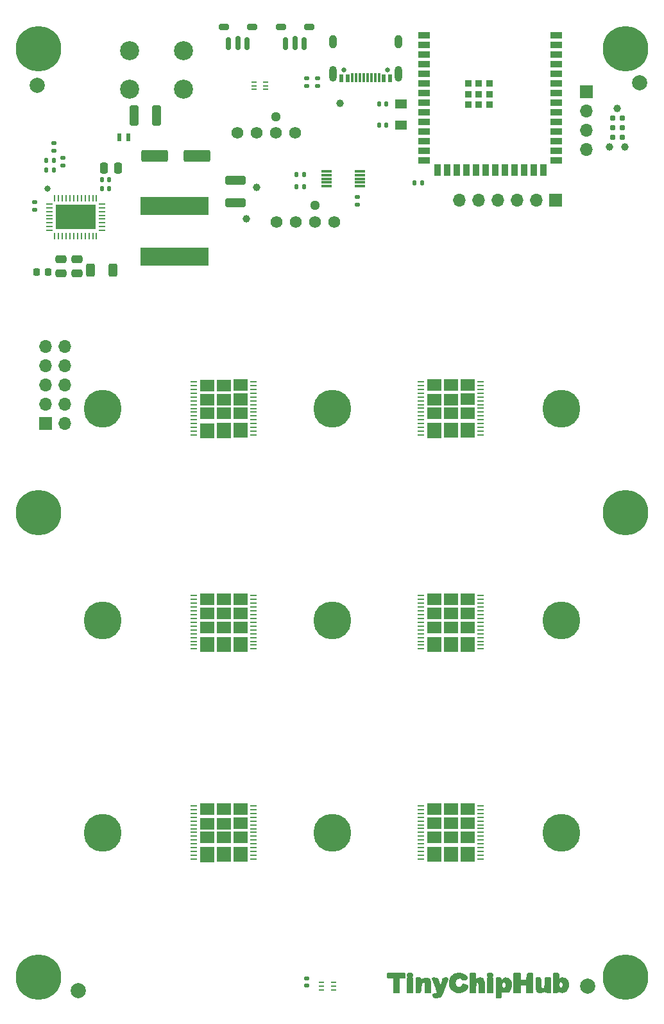
<source format=gbr>
%TF.GenerationSoftware,KiCad,Pcbnew,8.0.1*%
%TF.CreationDate,2024-09-23T04:48:19+08:00*%
%TF.ProjectId,bitaxeHex,62697461-7865-4486-9578-2e6b69636164,302*%
%TF.SameCoordinates,Original*%
%TF.FileFunction,Soldermask,Top*%
%TF.FilePolarity,Negative*%
%FSLAX46Y46*%
G04 Gerber Fmt 4.6, Leading zero omitted, Abs format (unit mm)*
G04 Created by KiCad (PCBNEW 8.0.1) date 2024-09-23 04:48:19*
%MOMM*%
%LPD*%
G01*
G04 APERTURE LIST*
G04 Aperture macros list*
%AMRoundRect*
0 Rectangle with rounded corners*
0 $1 Rounding radius*
0 $2 $3 $4 $5 $6 $7 $8 $9 X,Y pos of 4 corners*
0 Add a 4 corners polygon primitive as box body*
4,1,4,$2,$3,$4,$5,$6,$7,$8,$9,$2,$3,0*
0 Add four circle primitives for the rounded corners*
1,1,$1+$1,$2,$3*
1,1,$1+$1,$4,$5*
1,1,$1+$1,$6,$7*
1,1,$1+$1,$8,$9*
0 Add four rect primitives between the rounded corners*
20,1,$1+$1,$2,$3,$4,$5,0*
20,1,$1+$1,$4,$5,$6,$7,0*
20,1,$1+$1,$6,$7,$8,$9,0*
20,1,$1+$1,$8,$9,$2,$3,0*%
G04 Aperture macros list end*
%ADD10C,0.200000*%
%ADD11C,0.100000*%
%ADD12C,0.120000*%
%ADD13C,0.990600*%
%ADD14C,0.787400*%
%ADD15C,1.000000*%
%ADD16RoundRect,0.135000X0.185000X-0.135000X0.185000X0.135000X-0.185000X0.135000X-0.185000X-0.135000X0*%
%ADD17C,0.800000*%
%ADD18C,6.000000*%
%ADD19R,1.600200X1.168400*%
%ADD20C,2.520000*%
%ADD21C,1.295400*%
%ADD22C,1.574800*%
%ADD23C,5.000000*%
%ADD24RoundRect,0.250000X-0.475000X0.250000X-0.475000X-0.250000X0.475000X-0.250000X0.475000X0.250000X0*%
%ADD25RoundRect,0.135000X0.135000X0.185000X-0.135000X0.185000X-0.135000X-0.185000X0.135000X-0.185000X0*%
%ADD26RoundRect,0.200000X0.450000X0.200000X-0.450000X0.200000X-0.450000X-0.200000X0.450000X-0.200000X0*%
%ADD27O,0.740000X1.750000*%
%ADD28RoundRect,0.150000X0.150000X0.750000X-0.150000X0.750000X-0.150000X-0.750000X0.150000X-0.750000X0*%
%ADD29C,2.000000*%
%ADD30RoundRect,0.055250X0.340750X0.055250X-0.340750X0.055250X-0.340750X-0.055250X0.340750X-0.055250X0*%
%ADD31R,9.000000X2.380000*%
%ADD32RoundRect,0.140000X0.140000X0.170000X-0.140000X0.170000X-0.140000X-0.170000X0.140000X-0.170000X0*%
%ADD33RoundRect,0.225000X-0.225000X-0.250000X0.225000X-0.250000X0.225000X0.250000X-0.225000X0.250000X0*%
%ADD34RoundRect,0.250000X-1.500000X-0.550000X1.500000X-0.550000X1.500000X0.550000X-1.500000X0.550000X0*%
%ADD35R,1.700000X1.700000*%
%ADD36O,1.700000X1.700000*%
%ADD37RoundRect,0.135000X-0.185000X0.135000X-0.185000X-0.135000X0.185000X-0.135000X0.185000X0.135000X0*%
%ADD38RoundRect,0.140000X0.170000X-0.140000X0.170000X0.140000X-0.170000X0.140000X-0.170000X-0.140000X0*%
%ADD39RoundRect,0.250000X1.100000X-0.325000X1.100000X0.325000X-1.100000X0.325000X-1.100000X-0.325000X0*%
%ADD40RoundRect,0.140000X-0.140000X-0.170000X0.140000X-0.170000X0.140000X0.170000X-0.140000X0.170000X0*%
%ADD41R,1.400000X0.300000*%
%ADD42RoundRect,0.062500X0.062500X-0.337500X0.062500X0.337500X-0.062500X0.337500X-0.062500X-0.337500X0*%
%ADD43RoundRect,0.062500X0.337500X-0.062500X0.337500X0.062500X-0.337500X0.062500X-0.337500X-0.062500X0*%
%ADD44C,0.400000*%
%ADD45R,5.300000X3.300000*%
%ADD46R,0.711200X0.228600*%
%ADD47R,1.500000X0.900000*%
%ADD48R,0.900000X1.500000*%
%ADD49R,0.900000X0.900000*%
%ADD50RoundRect,0.250000X-0.325000X-1.100000X0.325000X-1.100000X0.325000X1.100000X-0.325000X1.100000X0*%
%ADD51RoundRect,0.140000X-0.170000X0.140000X-0.170000X-0.140000X0.170000X-0.140000X0.170000X0.140000X0*%
%ADD52C,0.650000*%
%ADD53R,0.600000X1.060000*%
%ADD54R,0.300000X1.150000*%
%ADD55O,1.000000X2.100000*%
%ADD56O,1.000000X1.800000*%
%ADD57RoundRect,0.135000X-0.135000X-0.185000X0.135000X-0.185000X0.135000X0.185000X-0.135000X0.185000X0*%
%ADD58RoundRect,0.250000X-0.312500X-0.625000X0.312500X-0.625000X0.312500X0.625000X-0.312500X0.625000X0*%
%ADD59R,0.625000X1.000000*%
%ADD60RoundRect,0.250000X-0.250000X-0.475000X0.250000X-0.475000X0.250000X0.475000X-0.250000X0.475000X0*%
G04 APERTURE END LIST*
D10*
%TO.C,REF\u002A\u002A*%
X102860000Y-174050000D02*
X102160000Y-174050000D01*
X102160000Y-172150000D01*
X102860000Y-172150000D01*
X102860000Y-174050000D01*
G36*
X102860000Y-174050000D02*
G01*
X102160000Y-174050000D01*
X102160000Y-172150000D01*
X102860000Y-172150000D01*
X102860000Y-174050000D01*
G37*
X113460000Y-174050000D02*
X112760000Y-174050000D01*
X112760000Y-172150000D01*
X113460000Y-172150000D01*
X113460000Y-174050000D01*
G36*
X113460000Y-174050000D02*
G01*
X112760000Y-174050000D01*
X112760000Y-172150000D01*
X113460000Y-172150000D01*
X113460000Y-174050000D01*
G37*
X122268812Y-172368007D02*
X122238812Y-172568007D01*
X122058812Y-172518007D01*
X121918812Y-172138007D01*
X121918812Y-172128007D01*
X122268812Y-172368007D01*
G36*
X122268812Y-172368007D02*
G01*
X122238812Y-172568007D01*
X122058812Y-172518007D01*
X121918812Y-172138007D01*
X121918812Y-172128007D01*
X122268812Y-172368007D01*
G37*
D11*
X122029006Y-171560179D02*
X122114167Y-171605000D01*
X122156214Y-171835807D01*
X122162117Y-172069555D01*
X122185000Y-172277500D01*
X122200600Y-172295220D01*
X121460000Y-172260000D01*
X121460000Y-171550000D01*
X122029006Y-171560179D01*
G36*
X122029006Y-171560179D02*
G01*
X122114167Y-171605000D01*
X122156214Y-171835807D01*
X122162117Y-172069555D01*
X122185000Y-172277500D01*
X122200600Y-172295220D01*
X121460000Y-172260000D01*
X121460000Y-171550000D01*
X122029006Y-171560179D01*
G37*
D10*
X114560000Y-173953826D02*
X114556324Y-174467384D01*
X114543276Y-174640311D01*
X114516160Y-174691826D01*
X114481422Y-174722765D01*
X114437458Y-174737963D01*
X114348933Y-174746988D01*
X113960000Y-174750000D01*
X113958812Y-173848007D01*
X114560000Y-173953826D01*
G36*
X114560000Y-173953826D02*
G01*
X114556324Y-174467384D01*
X114543276Y-174640311D01*
X114516160Y-174691826D01*
X114481422Y-174722765D01*
X114437458Y-174737963D01*
X114348933Y-174746988D01*
X113960000Y-174750000D01*
X113958812Y-173848007D01*
X114560000Y-173953826D01*
G37*
X122199404Y-172791553D02*
X122167150Y-172902888D01*
X122154102Y-173018066D01*
X122159799Y-173138164D01*
X122183564Y-173256024D01*
X122219776Y-173350405D01*
X122328351Y-173483263D01*
X122133262Y-173854724D01*
X122051017Y-173973002D01*
X121971120Y-174013281D01*
X121866661Y-174040777D01*
X121751667Y-174050000D01*
X121460000Y-174050000D01*
X121460000Y-171550000D01*
X122199404Y-172791553D01*
G36*
X122199404Y-172791553D02*
G01*
X122167150Y-172902888D01*
X122154102Y-173018066D01*
X122159799Y-173138164D01*
X122183564Y-173256024D01*
X122219776Y-173350405D01*
X122328351Y-173483263D01*
X122133262Y-173854724D01*
X122051017Y-173973002D01*
X121971120Y-174013281D01*
X121866661Y-174040777D01*
X121751667Y-174050000D01*
X121460000Y-174050000D01*
X121460000Y-171550000D01*
X122199404Y-172791553D01*
G37*
X117060000Y-172450000D02*
X117960000Y-172450000D01*
X117966813Y-171716636D01*
X117976489Y-171658747D01*
X118041959Y-171575138D01*
X118199411Y-171552650D01*
X118660000Y-171550000D01*
X118660000Y-174050000D01*
X117960000Y-174050000D01*
X117960000Y-173050000D01*
X117060000Y-173050000D01*
X117060000Y-174050000D01*
X116260000Y-174050000D01*
X116260000Y-171550000D01*
X117060000Y-171550000D01*
X117060000Y-172450000D01*
G36*
X117060000Y-172450000D02*
G01*
X117960000Y-172450000D01*
X117966813Y-171716636D01*
X117976489Y-171658747D01*
X118041959Y-171575138D01*
X118199411Y-171552650D01*
X118660000Y-171550000D01*
X118660000Y-174050000D01*
X117960000Y-174050000D01*
X117960000Y-173050000D01*
X117060000Y-173050000D01*
X117060000Y-174050000D01*
X116260000Y-174050000D01*
X116260000Y-171550000D01*
X117060000Y-171550000D01*
X117060000Y-172450000D01*
G37*
X101860000Y-171850000D02*
X101856977Y-171938992D01*
X101847927Y-172027574D01*
X101832674Y-172071541D01*
X101801667Y-172106250D01*
X101755305Y-172131452D01*
X101703668Y-172142326D01*
X101581834Y-172146163D01*
X101060000Y-172150000D01*
X101060000Y-174050000D01*
X100360000Y-174050000D01*
X100360000Y-172150000D01*
X99960000Y-172150000D01*
X99670010Y-172133327D01*
X99618333Y-172106250D01*
X99572073Y-172027574D01*
X99560000Y-171550000D01*
X101860000Y-171550000D01*
X101860000Y-171850000D01*
G36*
X101860000Y-171850000D02*
G01*
X101856977Y-171938992D01*
X101847927Y-172027574D01*
X101832674Y-172071541D01*
X101801667Y-172106250D01*
X101755305Y-172131452D01*
X101703668Y-172142326D01*
X101581834Y-172146163D01*
X101060000Y-172150000D01*
X101060000Y-174050000D01*
X100360000Y-174050000D01*
X100360000Y-172150000D01*
X99960000Y-172150000D01*
X99670010Y-172133327D01*
X99618333Y-172106250D01*
X99572073Y-172027574D01*
X99560000Y-171550000D01*
X101860000Y-171550000D01*
X101860000Y-171850000D01*
G37*
X113201307Y-171552055D02*
X113292428Y-171558218D01*
X113343516Y-171568422D01*
X113391250Y-171589286D01*
X113442271Y-171649754D01*
X113460000Y-171750000D01*
X113455534Y-171800901D01*
X113442271Y-171850246D01*
X113391250Y-171910714D01*
X113343510Y-171931560D01*
X113292428Y-171941782D01*
X113201306Y-171947943D01*
X113018693Y-171947945D01*
X112927572Y-171941782D01*
X112876484Y-171931578D01*
X112828750Y-171910714D01*
X112777730Y-171850246D01*
X112760002Y-171750000D01*
X112777729Y-171649754D01*
X112797870Y-171614986D01*
X112876490Y-171568440D01*
X113018694Y-171552057D01*
X113110000Y-171550000D01*
X113201307Y-171552055D01*
G36*
X113201307Y-171552055D02*
G01*
X113292428Y-171558218D01*
X113343516Y-171568422D01*
X113391250Y-171589286D01*
X113442271Y-171649754D01*
X113460000Y-171750000D01*
X113455534Y-171800901D01*
X113442271Y-171850246D01*
X113391250Y-171910714D01*
X113343510Y-171931560D01*
X113292428Y-171941782D01*
X113201306Y-171947943D01*
X113018693Y-171947945D01*
X112927572Y-171941782D01*
X112876484Y-171931578D01*
X112828750Y-171910714D01*
X112777730Y-171850246D01*
X112760002Y-171750000D01*
X112777729Y-171649754D01*
X112797870Y-171614986D01*
X112876490Y-171568440D01*
X113018694Y-171552057D01*
X113110000Y-171550000D01*
X113201307Y-171552055D01*
G37*
X102601307Y-171552055D02*
X102692428Y-171558218D01*
X102743516Y-171568422D01*
X102791250Y-171589287D01*
X102842271Y-171649754D01*
X102860000Y-171750000D01*
X102842271Y-171850246D01*
X102822130Y-171885014D01*
X102791250Y-171910714D01*
X102743510Y-171931560D01*
X102692428Y-171941782D01*
X102601306Y-171947943D01*
X102418693Y-171947945D01*
X102327572Y-171941782D01*
X102276484Y-171931578D01*
X102228750Y-171910714D01*
X102197897Y-171884992D01*
X102177729Y-171850246D01*
X102164467Y-171800901D01*
X102160000Y-171750000D01*
X102164466Y-171699099D01*
X102177729Y-171649754D01*
X102228750Y-171589286D01*
X102276490Y-171568440D01*
X102418694Y-171552057D01*
X102510000Y-171550000D01*
X102601307Y-171552055D01*
G36*
X102601307Y-171552055D02*
G01*
X102692428Y-171558218D01*
X102743516Y-171568422D01*
X102791250Y-171589287D01*
X102842271Y-171649754D01*
X102860000Y-171750000D01*
X102842271Y-171850246D01*
X102822130Y-171885014D01*
X102791250Y-171910714D01*
X102743510Y-171931560D01*
X102692428Y-171941782D01*
X102601306Y-171947943D01*
X102418693Y-171947945D01*
X102327572Y-171941782D01*
X102276484Y-171931578D01*
X102228750Y-171910714D01*
X102197897Y-171884992D01*
X102177729Y-171850246D01*
X102164467Y-171800901D01*
X102160000Y-171750000D01*
X102164466Y-171699099D01*
X102177729Y-171649754D01*
X102228750Y-171589286D01*
X102276490Y-171568440D01*
X102418694Y-171552057D01*
X102510000Y-171550000D01*
X102601307Y-171552055D01*
G37*
X110919005Y-171552491D02*
X111027782Y-171559959D01*
X111113316Y-171603823D01*
X111152104Y-171698946D01*
X111160000Y-171953518D01*
X111162265Y-172071042D01*
X111171185Y-172234610D01*
X111190570Y-172276901D01*
X111244366Y-172297324D01*
X111300095Y-172278406D01*
X111353426Y-172253518D01*
X111470608Y-172201322D01*
X111594094Y-172166578D01*
X111714733Y-172152431D01*
X111836025Y-172158921D01*
X111945484Y-172184829D01*
X112048207Y-172230662D01*
X112134195Y-172292715D01*
X112204330Y-172372251D01*
X112274022Y-172514364D01*
X112322018Y-172717839D01*
X112340046Y-172850293D01*
X112355433Y-173152890D01*
X112360000Y-174050000D01*
X111669138Y-174050000D01*
X111648812Y-173538007D01*
X111628681Y-173190509D01*
X111617793Y-173006018D01*
X111606463Y-172908256D01*
X111556215Y-172766584D01*
X111410000Y-172700000D01*
X111303010Y-172731103D01*
X111238549Y-172813071D01*
X111203418Y-172985493D01*
X111180431Y-173375000D01*
X111150862Y-174050000D01*
X110460000Y-174050000D01*
X110460000Y-171550000D01*
X110919005Y-171552491D01*
G36*
X110919005Y-171552491D02*
G01*
X111027782Y-171559959D01*
X111113316Y-171603823D01*
X111152104Y-171698946D01*
X111160000Y-171953518D01*
X111162265Y-172071042D01*
X111171185Y-172234610D01*
X111190570Y-172276901D01*
X111244366Y-172297324D01*
X111300095Y-172278406D01*
X111353426Y-172253518D01*
X111470608Y-172201322D01*
X111594094Y-172166578D01*
X111714733Y-172152431D01*
X111836025Y-172158921D01*
X111945484Y-172184829D01*
X112048207Y-172230662D01*
X112134195Y-172292715D01*
X112204330Y-172372251D01*
X112274022Y-172514364D01*
X112322018Y-172717839D01*
X112340046Y-172850293D01*
X112355433Y-173152890D01*
X112360000Y-174050000D01*
X111669138Y-174050000D01*
X111648812Y-173538007D01*
X111628681Y-173190509D01*
X111617793Y-173006018D01*
X111606463Y-172908256D01*
X111556215Y-172766584D01*
X111410000Y-172700000D01*
X111303010Y-172731103D01*
X111238549Y-172813071D01*
X111203418Y-172985493D01*
X111180431Y-173375000D01*
X111150862Y-174050000D01*
X110460000Y-174050000D01*
X110460000Y-171550000D01*
X110919005Y-171552491D01*
G37*
X119551820Y-172153762D02*
X119643025Y-172165023D01*
X119721158Y-172220152D01*
X119754209Y-172340717D01*
X119760000Y-172691821D01*
X119771506Y-173066358D01*
X119823008Y-173369760D01*
X119860400Y-173441809D01*
X119916521Y-173500455D01*
X119984105Y-173537264D01*
X120060000Y-173550000D01*
X120135897Y-173537269D01*
X120259607Y-173441814D01*
X120296992Y-173369760D01*
X120330385Y-173247980D01*
X120346760Y-173122770D01*
X120360000Y-172691821D01*
X120360000Y-172150000D01*
X121060000Y-172150000D01*
X121060000Y-174050000D01*
X120642842Y-174048120D01*
X120462813Y-174019592D01*
X120366321Y-173969631D01*
X120331587Y-173897052D01*
X120255006Y-173904582D01*
X120058585Y-173994647D01*
X119824784Y-174043447D01*
X119703614Y-174043896D01*
X119591092Y-174028691D01*
X119393751Y-173954307D01*
X119317143Y-173892857D01*
X119242466Y-173775682D01*
X119194910Y-173594488D01*
X119177350Y-173463360D01*
X119167905Y-173331399D01*
X119160000Y-172942857D01*
X119160000Y-172150000D01*
X119460000Y-172150000D01*
X119551820Y-172153762D01*
G36*
X119551820Y-172153762D02*
G01*
X119643025Y-172165023D01*
X119721158Y-172220152D01*
X119754209Y-172340717D01*
X119760000Y-172691821D01*
X119771506Y-173066358D01*
X119823008Y-173369760D01*
X119860400Y-173441809D01*
X119916521Y-173500455D01*
X119984105Y-173537264D01*
X120060000Y-173550000D01*
X120135897Y-173537269D01*
X120259607Y-173441814D01*
X120296992Y-173369760D01*
X120330385Y-173247980D01*
X120346760Y-173122770D01*
X120360000Y-172691821D01*
X120360000Y-172150000D01*
X121060000Y-172150000D01*
X121060000Y-174050000D01*
X120642842Y-174048120D01*
X120462813Y-174019592D01*
X120366321Y-173969631D01*
X120331587Y-173897052D01*
X120255006Y-173904582D01*
X120058585Y-173994647D01*
X119824784Y-174043447D01*
X119703614Y-174043896D01*
X119591092Y-174028691D01*
X119393751Y-173954307D01*
X119317143Y-173892857D01*
X119242466Y-173775682D01*
X119194910Y-173594488D01*
X119177350Y-173463360D01*
X119167905Y-173331399D01*
X119160000Y-172942857D01*
X119160000Y-172150000D01*
X119460000Y-172150000D01*
X119551820Y-172153762D01*
G37*
X114374918Y-172157539D02*
X114538834Y-172213769D01*
X114573619Y-172291434D01*
X114776437Y-172708435D01*
X114653230Y-172862649D01*
X114600519Y-173069238D01*
X114594737Y-173094119D01*
X114610177Y-173187649D01*
X114640792Y-173302440D01*
X114687695Y-173399210D01*
X114753073Y-173484592D01*
X114821930Y-173532960D01*
X114904338Y-173550000D01*
X115060532Y-173489275D01*
X115175857Y-173323150D01*
X115208143Y-173214138D01*
X115218949Y-173100961D01*
X115172432Y-172887351D01*
X115058314Y-172721445D01*
X114918902Y-172659120D01*
X114776437Y-172708435D01*
X114753426Y-172253518D01*
X115096479Y-172155641D01*
X115323495Y-172185195D01*
X115429912Y-172228175D01*
X115628555Y-172367431D01*
X115744148Y-172502660D01*
X115784329Y-172572254D01*
X115849857Y-172798129D01*
X115856982Y-173033634D01*
X115854663Y-173263745D01*
X115810085Y-173570536D01*
X115752041Y-173726423D01*
X115653485Y-173860425D01*
X115529191Y-173953140D01*
X115382357Y-174002996D01*
X115183959Y-174021832D01*
X114878812Y-174008007D01*
X114560000Y-173953826D01*
X113958812Y-173848007D01*
X113960000Y-172150000D01*
X114374918Y-172157539D01*
G36*
X114374918Y-172157539D02*
G01*
X114538834Y-172213769D01*
X114573619Y-172291434D01*
X114776437Y-172708435D01*
X114653230Y-172862649D01*
X114600519Y-173069238D01*
X114594737Y-173094119D01*
X114610177Y-173187649D01*
X114640792Y-173302440D01*
X114687695Y-173399210D01*
X114753073Y-173484592D01*
X114821930Y-173532960D01*
X114904338Y-173550000D01*
X115060532Y-173489275D01*
X115175857Y-173323150D01*
X115208143Y-173214138D01*
X115218949Y-173100961D01*
X115172432Y-172887351D01*
X115058314Y-172721445D01*
X114918902Y-172659120D01*
X114776437Y-172708435D01*
X114753426Y-172253518D01*
X115096479Y-172155641D01*
X115323495Y-172185195D01*
X115429912Y-172228175D01*
X115628555Y-172367431D01*
X115744148Y-172502660D01*
X115784329Y-172572254D01*
X115849857Y-172798129D01*
X115856982Y-173033634D01*
X115854663Y-173263745D01*
X115810085Y-173570536D01*
X115752041Y-173726423D01*
X115653485Y-173860425D01*
X115529191Y-173953140D01*
X115382357Y-174002996D01*
X115183959Y-174021832D01*
X114878812Y-174008007D01*
X114560000Y-173953826D01*
X113958812Y-173848007D01*
X113960000Y-172150000D01*
X114374918Y-172157539D01*
G37*
X122853687Y-172173951D02*
X123052859Y-172246178D01*
X123205124Y-172363744D01*
X123310676Y-172524565D01*
X123358812Y-172618007D01*
X123408812Y-172868007D01*
X123423589Y-172988244D01*
X123418361Y-173238516D01*
X123371405Y-173484400D01*
X123286845Y-173683980D01*
X123154422Y-173855578D01*
X123062985Y-173929960D01*
X122832790Y-174023102D01*
X122702888Y-174043054D01*
X122451512Y-174023910D01*
X122352956Y-173986637D01*
X122232922Y-173894060D01*
X122485791Y-173488239D01*
X122566207Y-173453788D01*
X122635351Y-173398901D01*
X122687868Y-173327940D01*
X122743272Y-173138365D01*
X122741663Y-173026131D01*
X122722820Y-172915478D01*
X122687044Y-172823694D01*
X122629507Y-172743731D01*
X122556550Y-172685431D01*
X122469807Y-172650826D01*
X122307470Y-172670793D01*
X122200600Y-172295220D01*
X122223867Y-172299169D01*
X122280000Y-172270000D01*
X122345212Y-172219464D01*
X122420974Y-172186807D01*
X122627853Y-172154303D01*
X122853687Y-172173951D01*
G36*
X122853687Y-172173951D02*
G01*
X123052859Y-172246178D01*
X123205124Y-172363744D01*
X123310676Y-172524565D01*
X123358812Y-172618007D01*
X123408812Y-172868007D01*
X123423589Y-172988244D01*
X123418361Y-173238516D01*
X123371405Y-173484400D01*
X123286845Y-173683980D01*
X123154422Y-173855578D01*
X123062985Y-173929960D01*
X122832790Y-174023102D01*
X122702888Y-174043054D01*
X122451512Y-174023910D01*
X122352956Y-173986637D01*
X122232922Y-173894060D01*
X122485791Y-173488239D01*
X122566207Y-173453788D01*
X122635351Y-173398901D01*
X122687868Y-173327940D01*
X122743272Y-173138365D01*
X122741663Y-173026131D01*
X122722820Y-172915478D01*
X122687044Y-172823694D01*
X122629507Y-172743731D01*
X122556550Y-172685431D01*
X122469807Y-172650826D01*
X122307470Y-172670793D01*
X122200600Y-172295220D01*
X122223867Y-172299169D01*
X122280000Y-172270000D01*
X122345212Y-172219464D01*
X122420974Y-172186807D01*
X122627853Y-172154303D01*
X122853687Y-172173951D01*
G37*
X122029006Y-171560179D02*
X122114167Y-171605000D01*
X122152427Y-171701614D01*
X122156214Y-171835807D01*
X122162117Y-172069555D01*
X122169416Y-172224301D01*
X122185000Y-172277500D01*
X122200600Y-172295220D01*
X121460000Y-171550000D01*
X122029006Y-171560179D01*
G36*
X122029006Y-171560179D02*
G01*
X122114167Y-171605000D01*
X122152427Y-171701614D01*
X122156214Y-171835807D01*
X122162117Y-172069555D01*
X122169416Y-172224301D01*
X122185000Y-172277500D01*
X122200600Y-172295220D01*
X121460000Y-171550000D01*
X122029006Y-171560179D01*
G37*
X103725162Y-172152220D02*
X103790021Y-172158870D01*
X103883400Y-172187112D01*
X103954703Y-172262695D01*
X103973797Y-172362075D01*
X104010968Y-172385047D01*
X104048428Y-172378952D01*
X104162189Y-172322404D01*
X104240597Y-172279657D01*
X104517671Y-172179027D01*
X104655849Y-172169228D01*
X104793038Y-172188420D01*
X104913460Y-172233739D01*
X105020224Y-172305549D01*
X105104667Y-172398433D01*
X105163537Y-172509303D01*
X105200868Y-172648681D01*
X105242287Y-173009529D01*
X105252911Y-173141542D01*
X105260000Y-173406510D01*
X105260000Y-174050000D01*
X104560000Y-174050000D01*
X104558812Y-173488007D01*
X104556977Y-173258884D01*
X104553955Y-173120906D01*
X104547123Y-172994578D01*
X104526699Y-172869725D01*
X104507634Y-172806903D01*
X104478989Y-172747830D01*
X104446602Y-172709262D01*
X104403278Y-172683583D01*
X104321088Y-172668040D01*
X104238669Y-172682289D01*
X104166364Y-172724584D01*
X104113397Y-172789479D01*
X104060322Y-172908306D01*
X104028313Y-173034449D01*
X103991961Y-173306390D01*
X103946666Y-173821758D01*
X103903043Y-173969007D01*
X103868192Y-174009067D01*
X103819930Y-174031203D01*
X103734468Y-174045286D01*
X103647981Y-174050000D01*
X103360000Y-174050000D01*
X103360000Y-172150000D01*
X103660000Y-172150000D01*
X103725162Y-172152220D01*
G36*
X103725162Y-172152220D02*
G01*
X103790021Y-172158870D01*
X103883400Y-172187112D01*
X103954703Y-172262695D01*
X103973797Y-172362075D01*
X104010968Y-172385047D01*
X104048428Y-172378952D01*
X104162189Y-172322404D01*
X104240597Y-172279657D01*
X104517671Y-172179027D01*
X104655849Y-172169228D01*
X104793038Y-172188420D01*
X104913460Y-172233739D01*
X105020224Y-172305549D01*
X105104667Y-172398433D01*
X105163537Y-172509303D01*
X105200868Y-172648681D01*
X105242287Y-173009529D01*
X105252911Y-173141542D01*
X105260000Y-173406510D01*
X105260000Y-174050000D01*
X104560000Y-174050000D01*
X104558812Y-173488007D01*
X104556977Y-173258884D01*
X104553955Y-173120906D01*
X104547123Y-172994578D01*
X104526699Y-172869725D01*
X104507634Y-172806903D01*
X104478989Y-172747830D01*
X104446602Y-172709262D01*
X104403278Y-172683583D01*
X104321088Y-172668040D01*
X104238669Y-172682289D01*
X104166364Y-172724584D01*
X104113397Y-172789479D01*
X104060322Y-172908306D01*
X104028313Y-173034449D01*
X103991961Y-173306390D01*
X103946666Y-173821758D01*
X103903043Y-173969007D01*
X103868192Y-174009067D01*
X103819930Y-174031203D01*
X103734468Y-174045286D01*
X103647981Y-174050000D01*
X103360000Y-174050000D01*
X103360000Y-172150000D01*
X103660000Y-172150000D01*
X103725162Y-172152220D01*
G37*
X109119238Y-171562538D02*
X109373770Y-171608653D01*
X109594956Y-171682732D01*
X109802550Y-171789108D01*
X109931433Y-171903858D01*
X110012044Y-172056439D01*
X110034610Y-172134462D01*
X110052513Y-172249547D01*
X110006305Y-172309356D01*
X109872694Y-172351832D01*
X109700689Y-172394331D01*
X109570588Y-172402656D01*
X109429918Y-172359680D01*
X109359198Y-172299033D01*
X109245815Y-172206181D01*
X109105921Y-172162521D01*
X108948124Y-172169467D01*
X108799945Y-172224176D01*
X108659518Y-172328810D01*
X108551275Y-172466473D01*
X108483231Y-172627105D01*
X108460000Y-172800000D01*
X108485317Y-172983938D01*
X108559401Y-173154191D01*
X108675351Y-173293569D01*
X108826643Y-173393472D01*
X108980309Y-173433565D01*
X109138190Y-173416466D01*
X109272863Y-173344849D01*
X109369193Y-173226585D01*
X109437497Y-173097785D01*
X109494644Y-172993557D01*
X109531209Y-172958529D01*
X109559948Y-172959422D01*
X110128137Y-173168563D01*
X110158604Y-173229177D01*
X110093846Y-173379578D01*
X110023592Y-173523191D01*
X109871771Y-173738044D01*
X109659377Y-173893286D01*
X109386168Y-173998167D01*
X109097339Y-174045293D01*
X108793311Y-174033644D01*
X108497322Y-173963228D01*
X108248223Y-173840186D01*
X108038244Y-173658254D01*
X107877124Y-173423337D01*
X107780704Y-173155287D01*
X107743899Y-172846345D01*
X107768388Y-172536183D01*
X107851774Y-172246128D01*
X107992451Y-171979119D01*
X108170635Y-171782887D01*
X108398812Y-171648007D01*
X108625491Y-171579187D01*
X108860789Y-171551729D01*
X109119238Y-171562538D01*
G36*
X109119238Y-171562538D02*
G01*
X109373770Y-171608653D01*
X109594956Y-171682732D01*
X109802550Y-171789108D01*
X109931433Y-171903858D01*
X110012044Y-172056439D01*
X110034610Y-172134462D01*
X110052513Y-172249547D01*
X110006305Y-172309356D01*
X109872694Y-172351832D01*
X109700689Y-172394331D01*
X109570588Y-172402656D01*
X109429918Y-172359680D01*
X109359198Y-172299033D01*
X109245815Y-172206181D01*
X109105921Y-172162521D01*
X108948124Y-172169467D01*
X108799945Y-172224176D01*
X108659518Y-172328810D01*
X108551275Y-172466473D01*
X108483231Y-172627105D01*
X108460000Y-172800000D01*
X108485317Y-172983938D01*
X108559401Y-173154191D01*
X108675351Y-173293569D01*
X108826643Y-173393472D01*
X108980309Y-173433565D01*
X109138190Y-173416466D01*
X109272863Y-173344849D01*
X109369193Y-173226585D01*
X109437497Y-173097785D01*
X109494644Y-172993557D01*
X109531209Y-172958529D01*
X109559948Y-172959422D01*
X110128137Y-173168563D01*
X110158604Y-173229177D01*
X110093846Y-173379578D01*
X110023592Y-173523191D01*
X109871771Y-173738044D01*
X109659377Y-173893286D01*
X109386168Y-173998167D01*
X109097339Y-174045293D01*
X108793311Y-174033644D01*
X108497322Y-173963228D01*
X108248223Y-173840186D01*
X108038244Y-173658254D01*
X107877124Y-173423337D01*
X107780704Y-173155287D01*
X107743899Y-172846345D01*
X107768388Y-172536183D01*
X107851774Y-172246128D01*
X107992451Y-171979119D01*
X108170635Y-171782887D01*
X108398812Y-171648007D01*
X108625491Y-171579187D01*
X108860789Y-171551729D01*
X109119238Y-171562538D01*
G37*
X107336941Y-172158548D02*
X107447402Y-172183991D01*
X107498932Y-172222449D01*
X107514878Y-172284734D01*
X107496857Y-172400873D01*
X107463829Y-172513666D01*
X106839899Y-174142748D01*
X106738740Y-174353348D01*
X106601388Y-174542346D01*
X106491055Y-174636641D01*
X106358381Y-174695481D01*
X106188075Y-174727542D01*
X105921978Y-174719005D01*
X105829164Y-174708272D01*
X105752756Y-174693842D01*
X105681563Y-174662568D01*
X105614156Y-174590716D01*
X105578045Y-174475000D01*
X105572714Y-174417031D01*
X105573131Y-174358820D01*
X105602624Y-174293555D01*
X105634406Y-174270915D01*
X105738772Y-174252355D01*
X105909577Y-174239829D01*
X105958275Y-174227377D01*
X106043969Y-174189859D01*
X106102989Y-174141803D01*
X106128779Y-174067102D01*
X106124309Y-174020510D01*
X106087938Y-173888666D01*
X105999896Y-173599107D01*
X105948226Y-173441391D01*
X105881996Y-173267406D01*
X105460000Y-172174531D01*
X105463564Y-172165360D01*
X105567907Y-172157796D01*
X105686486Y-172159693D01*
X105768753Y-172165107D01*
X105909600Y-172178088D01*
X106110973Y-172228216D01*
X106163206Y-172270082D01*
X106209557Y-172332450D01*
X106241775Y-172403161D01*
X106340150Y-172725000D01*
X106401056Y-172926221D01*
X106463823Y-173095781D01*
X106521744Y-173226262D01*
X106535688Y-173243508D01*
X106556894Y-173250000D01*
X106576888Y-173243932D01*
X106590113Y-173227752D01*
X106643392Y-173088437D01*
X106671162Y-172999627D01*
X106792544Y-172531980D01*
X106833830Y-172363961D01*
X106860481Y-172289203D01*
X106904460Y-172223137D01*
X106951455Y-172184968D01*
X107008842Y-172165677D01*
X107116091Y-172153924D01*
X107223910Y-172150000D01*
X107336941Y-172158548D01*
G36*
X107336941Y-172158548D02*
G01*
X107447402Y-172183991D01*
X107498932Y-172222449D01*
X107514878Y-172284734D01*
X107496857Y-172400873D01*
X107463829Y-172513666D01*
X106839899Y-174142748D01*
X106738740Y-174353348D01*
X106601388Y-174542346D01*
X106491055Y-174636641D01*
X106358381Y-174695481D01*
X106188075Y-174727542D01*
X105921978Y-174719005D01*
X105829164Y-174708272D01*
X105752756Y-174693842D01*
X105681563Y-174662568D01*
X105614156Y-174590716D01*
X105578045Y-174475000D01*
X105572714Y-174417031D01*
X105573131Y-174358820D01*
X105602624Y-174293555D01*
X105634406Y-174270915D01*
X105738772Y-174252355D01*
X105909577Y-174239829D01*
X105958275Y-174227377D01*
X106043969Y-174189859D01*
X106102989Y-174141803D01*
X106128779Y-174067102D01*
X106124309Y-174020510D01*
X106087938Y-173888666D01*
X105999896Y-173599107D01*
X105948226Y-173441391D01*
X105881996Y-173267406D01*
X105460000Y-172174531D01*
X105463564Y-172165360D01*
X105567907Y-172157796D01*
X105686486Y-172159693D01*
X105768753Y-172165107D01*
X105909600Y-172178088D01*
X106110973Y-172228216D01*
X106163206Y-172270082D01*
X106209557Y-172332450D01*
X106241775Y-172403161D01*
X106340150Y-172725000D01*
X106401056Y-172926221D01*
X106463823Y-173095781D01*
X106521744Y-173226262D01*
X106535688Y-173243508D01*
X106556894Y-173250000D01*
X106576888Y-173243932D01*
X106590113Y-173227752D01*
X106643392Y-173088437D01*
X106671162Y-172999627D01*
X106792544Y-172531980D01*
X106833830Y-172363961D01*
X106860481Y-172289203D01*
X106904460Y-172223137D01*
X106951455Y-172184968D01*
X107008842Y-172165677D01*
X107116091Y-172153924D01*
X107223910Y-172150000D01*
X107336941Y-172158548D01*
G37*
%TO.C,U18*%
D12*
X74832258Y-121400000D02*
X76612258Y-121400000D01*
X76612258Y-122840000D01*
X74832258Y-122840000D01*
X74832258Y-121400000D01*
G36*
X74832258Y-121400000D02*
G01*
X76612258Y-121400000D01*
X76612258Y-122840000D01*
X74832258Y-122840000D01*
X74832258Y-121400000D01*
G37*
X74832258Y-125110000D02*
X76612258Y-125110000D01*
X76612258Y-126550000D01*
X74832258Y-126550000D01*
X74832258Y-125110000D01*
G36*
X74832258Y-125110000D02*
G01*
X76612258Y-125110000D01*
X76612258Y-126550000D01*
X74832258Y-126550000D01*
X74832258Y-125110000D01*
G37*
X74842258Y-123270000D02*
X76622258Y-123270000D01*
X76622258Y-124710000D01*
X74842258Y-124710000D01*
X74842258Y-123270000D01*
G36*
X74842258Y-123270000D02*
G01*
X76622258Y-123270000D01*
X76622258Y-124710000D01*
X74842258Y-124710000D01*
X74842258Y-123270000D01*
G37*
X74842258Y-127160000D02*
X76622258Y-127160000D01*
X76622258Y-129030000D01*
X74842258Y-129030000D01*
X74842258Y-127160000D01*
G36*
X74842258Y-127160000D02*
G01*
X76622258Y-127160000D01*
X76622258Y-129030000D01*
X74842258Y-129030000D01*
X74842258Y-127160000D01*
G37*
X77042258Y-121400000D02*
X78822258Y-121400000D01*
X78822258Y-122840000D01*
X77042258Y-122840000D01*
X77042258Y-121400000D01*
G36*
X77042258Y-121400000D02*
G01*
X78822258Y-121400000D01*
X78822258Y-122840000D01*
X77042258Y-122840000D01*
X77042258Y-121400000D01*
G37*
X77042258Y-125110000D02*
X78822258Y-125110000D01*
X78822258Y-126550000D01*
X77042258Y-126550000D01*
X77042258Y-125110000D01*
G36*
X77042258Y-125110000D02*
G01*
X78822258Y-125110000D01*
X78822258Y-126550000D01*
X77042258Y-126550000D01*
X77042258Y-125110000D01*
G37*
X77052258Y-123270000D02*
X78832258Y-123270000D01*
X78832258Y-124710000D01*
X77052258Y-124710000D01*
X77052258Y-123270000D01*
G36*
X77052258Y-123270000D02*
G01*
X78832258Y-123270000D01*
X78832258Y-124710000D01*
X77052258Y-124710000D01*
X77052258Y-123270000D01*
G37*
X77052258Y-127150000D02*
X78832258Y-127150000D01*
X78832258Y-129020000D01*
X77052258Y-129020000D01*
X77052258Y-127150000D01*
G36*
X77052258Y-127150000D02*
G01*
X78832258Y-127150000D01*
X78832258Y-129020000D01*
X77052258Y-129020000D01*
X77052258Y-127150000D01*
G37*
X79252258Y-121390000D02*
X81032258Y-121390000D01*
X81032258Y-122830000D01*
X79252258Y-122830000D01*
X79252258Y-121390000D01*
G36*
X79252258Y-121390000D02*
G01*
X81032258Y-121390000D01*
X81032258Y-122830000D01*
X79252258Y-122830000D01*
X79252258Y-121390000D01*
G37*
X79252258Y-125100000D02*
X81032258Y-125100000D01*
X81032258Y-126540000D01*
X79252258Y-126540000D01*
X79252258Y-125100000D01*
G36*
X79252258Y-125100000D02*
G01*
X81032258Y-125100000D01*
X81032258Y-126540000D01*
X79252258Y-126540000D01*
X79252258Y-125100000D01*
G37*
X79252258Y-127130000D02*
X81032258Y-127130000D01*
X81032258Y-129010000D01*
X79252258Y-129010000D01*
X79252258Y-127130000D01*
G36*
X79252258Y-127130000D02*
G01*
X81032258Y-127130000D01*
X81032258Y-129010000D01*
X79252258Y-129010000D01*
X79252258Y-127130000D01*
G37*
X79262258Y-123260000D02*
X81042258Y-123260000D01*
X81042258Y-124700000D01*
X79262258Y-124700000D01*
X79262258Y-123260000D01*
G36*
X79262258Y-123260000D02*
G01*
X81042258Y-123260000D01*
X81042258Y-124700000D01*
X79262258Y-124700000D01*
X79262258Y-123260000D01*
G37*
%TO.C,U25*%
X104794000Y-149124000D02*
X106574000Y-149124000D01*
X106574000Y-150564000D01*
X104794000Y-150564000D01*
X104794000Y-149124000D01*
G36*
X104794000Y-149124000D02*
G01*
X106574000Y-149124000D01*
X106574000Y-150564000D01*
X104794000Y-150564000D01*
X104794000Y-149124000D01*
G37*
X104794000Y-152834000D02*
X106574000Y-152834000D01*
X106574000Y-154274000D01*
X104794000Y-154274000D01*
X104794000Y-152834000D01*
G36*
X104794000Y-152834000D02*
G01*
X106574000Y-152834000D01*
X106574000Y-154274000D01*
X104794000Y-154274000D01*
X104794000Y-152834000D01*
G37*
X104804000Y-150994000D02*
X106584000Y-150994000D01*
X106584000Y-152434000D01*
X104804000Y-152434000D01*
X104804000Y-150994000D01*
G36*
X104804000Y-150994000D02*
G01*
X106584000Y-150994000D01*
X106584000Y-152434000D01*
X104804000Y-152434000D01*
X104804000Y-150994000D01*
G37*
X104804000Y-154884000D02*
X106584000Y-154884000D01*
X106584000Y-156754000D01*
X104804000Y-156754000D01*
X104804000Y-154884000D01*
G36*
X104804000Y-154884000D02*
G01*
X106584000Y-154884000D01*
X106584000Y-156754000D01*
X104804000Y-156754000D01*
X104804000Y-154884000D01*
G37*
X107004000Y-149124000D02*
X108784000Y-149124000D01*
X108784000Y-150564000D01*
X107004000Y-150564000D01*
X107004000Y-149124000D01*
G36*
X107004000Y-149124000D02*
G01*
X108784000Y-149124000D01*
X108784000Y-150564000D01*
X107004000Y-150564000D01*
X107004000Y-149124000D01*
G37*
X107004000Y-152834000D02*
X108784000Y-152834000D01*
X108784000Y-154274000D01*
X107004000Y-154274000D01*
X107004000Y-152834000D01*
G36*
X107004000Y-152834000D02*
G01*
X108784000Y-152834000D01*
X108784000Y-154274000D01*
X107004000Y-154274000D01*
X107004000Y-152834000D01*
G37*
X107014000Y-150994000D02*
X108794000Y-150994000D01*
X108794000Y-152434000D01*
X107014000Y-152434000D01*
X107014000Y-150994000D01*
G36*
X107014000Y-150994000D02*
G01*
X108794000Y-150994000D01*
X108794000Y-152434000D01*
X107014000Y-152434000D01*
X107014000Y-150994000D01*
G37*
X107014000Y-154874000D02*
X108794000Y-154874000D01*
X108794000Y-156744000D01*
X107014000Y-156744000D01*
X107014000Y-154874000D01*
G36*
X107014000Y-154874000D02*
G01*
X108794000Y-154874000D01*
X108794000Y-156744000D01*
X107014000Y-156744000D01*
X107014000Y-154874000D01*
G37*
X109214000Y-149114000D02*
X110994000Y-149114000D01*
X110994000Y-150554000D01*
X109214000Y-150554000D01*
X109214000Y-149114000D01*
G36*
X109214000Y-149114000D02*
G01*
X110994000Y-149114000D01*
X110994000Y-150554000D01*
X109214000Y-150554000D01*
X109214000Y-149114000D01*
G37*
X109214000Y-152824000D02*
X110994000Y-152824000D01*
X110994000Y-154264000D01*
X109214000Y-154264000D01*
X109214000Y-152824000D01*
G36*
X109214000Y-152824000D02*
G01*
X110994000Y-152824000D01*
X110994000Y-154264000D01*
X109214000Y-154264000D01*
X109214000Y-152824000D01*
G37*
X109214000Y-154854000D02*
X110994000Y-154854000D01*
X110994000Y-156734000D01*
X109214000Y-156734000D01*
X109214000Y-154854000D01*
G36*
X109214000Y-154854000D02*
G01*
X110994000Y-154854000D01*
X110994000Y-156734000D01*
X109214000Y-156734000D01*
X109214000Y-154854000D01*
G37*
X109224000Y-150984000D02*
X111004000Y-150984000D01*
X111004000Y-152424000D01*
X109224000Y-152424000D01*
X109224000Y-150984000D01*
G36*
X109224000Y-150984000D02*
G01*
X111004000Y-150984000D01*
X111004000Y-152424000D01*
X109224000Y-152424000D01*
X109224000Y-150984000D01*
G37*
%TO.C,U13*%
X104794000Y-121400000D02*
X106574000Y-121400000D01*
X106574000Y-122840000D01*
X104794000Y-122840000D01*
X104794000Y-121400000D01*
G36*
X104794000Y-121400000D02*
G01*
X106574000Y-121400000D01*
X106574000Y-122840000D01*
X104794000Y-122840000D01*
X104794000Y-121400000D01*
G37*
X104794000Y-125110000D02*
X106574000Y-125110000D01*
X106574000Y-126550000D01*
X104794000Y-126550000D01*
X104794000Y-125110000D01*
G36*
X104794000Y-125110000D02*
G01*
X106574000Y-125110000D01*
X106574000Y-126550000D01*
X104794000Y-126550000D01*
X104794000Y-125110000D01*
G37*
X104804000Y-123270000D02*
X106584000Y-123270000D01*
X106584000Y-124710000D01*
X104804000Y-124710000D01*
X104804000Y-123270000D01*
G36*
X104804000Y-123270000D02*
G01*
X106584000Y-123270000D01*
X106584000Y-124710000D01*
X104804000Y-124710000D01*
X104804000Y-123270000D01*
G37*
X104804000Y-127160000D02*
X106584000Y-127160000D01*
X106584000Y-129030000D01*
X104804000Y-129030000D01*
X104804000Y-127160000D01*
G36*
X104804000Y-127160000D02*
G01*
X106584000Y-127160000D01*
X106584000Y-129030000D01*
X104804000Y-129030000D01*
X104804000Y-127160000D01*
G37*
X107004000Y-121400000D02*
X108784000Y-121400000D01*
X108784000Y-122840000D01*
X107004000Y-122840000D01*
X107004000Y-121400000D01*
G36*
X107004000Y-121400000D02*
G01*
X108784000Y-121400000D01*
X108784000Y-122840000D01*
X107004000Y-122840000D01*
X107004000Y-121400000D01*
G37*
X107004000Y-125110000D02*
X108784000Y-125110000D01*
X108784000Y-126550000D01*
X107004000Y-126550000D01*
X107004000Y-125110000D01*
G36*
X107004000Y-125110000D02*
G01*
X108784000Y-125110000D01*
X108784000Y-126550000D01*
X107004000Y-126550000D01*
X107004000Y-125110000D01*
G37*
X107014000Y-123270000D02*
X108794000Y-123270000D01*
X108794000Y-124710000D01*
X107014000Y-124710000D01*
X107014000Y-123270000D01*
G36*
X107014000Y-123270000D02*
G01*
X108794000Y-123270000D01*
X108794000Y-124710000D01*
X107014000Y-124710000D01*
X107014000Y-123270000D01*
G37*
X107014000Y-127150000D02*
X108794000Y-127150000D01*
X108794000Y-129020000D01*
X107014000Y-129020000D01*
X107014000Y-127150000D01*
G36*
X107014000Y-127150000D02*
G01*
X108794000Y-127150000D01*
X108794000Y-129020000D01*
X107014000Y-129020000D01*
X107014000Y-127150000D01*
G37*
X109214000Y-121390000D02*
X110994000Y-121390000D01*
X110994000Y-122830000D01*
X109214000Y-122830000D01*
X109214000Y-121390000D01*
G36*
X109214000Y-121390000D02*
G01*
X110994000Y-121390000D01*
X110994000Y-122830000D01*
X109214000Y-122830000D01*
X109214000Y-121390000D01*
G37*
X109214000Y-125100000D02*
X110994000Y-125100000D01*
X110994000Y-126540000D01*
X109214000Y-126540000D01*
X109214000Y-125100000D01*
G36*
X109214000Y-125100000D02*
G01*
X110994000Y-125100000D01*
X110994000Y-126540000D01*
X109214000Y-126540000D01*
X109214000Y-125100000D01*
G37*
X109214000Y-127130000D02*
X110994000Y-127130000D01*
X110994000Y-129010000D01*
X109214000Y-129010000D01*
X109214000Y-127130000D01*
G36*
X109214000Y-127130000D02*
G01*
X110994000Y-127130000D01*
X110994000Y-129010000D01*
X109214000Y-129010000D01*
X109214000Y-127130000D01*
G37*
X109224000Y-123260000D02*
X111004000Y-123260000D01*
X111004000Y-124700000D01*
X109224000Y-124700000D01*
X109224000Y-123260000D01*
G36*
X109224000Y-123260000D02*
G01*
X111004000Y-123260000D01*
X111004000Y-124700000D01*
X109224000Y-124700000D01*
X109224000Y-123260000D01*
G37*
%TO.C,U12*%
X104794000Y-93166000D02*
X106574000Y-93166000D01*
X106574000Y-94606000D01*
X104794000Y-94606000D01*
X104794000Y-93166000D01*
G36*
X104794000Y-93166000D02*
G01*
X106574000Y-93166000D01*
X106574000Y-94606000D01*
X104794000Y-94606000D01*
X104794000Y-93166000D01*
G37*
X104794000Y-96876000D02*
X106574000Y-96876000D01*
X106574000Y-98316000D01*
X104794000Y-98316000D01*
X104794000Y-96876000D01*
G36*
X104794000Y-96876000D02*
G01*
X106574000Y-96876000D01*
X106574000Y-98316000D01*
X104794000Y-98316000D01*
X104794000Y-96876000D01*
G37*
X104804000Y-95036000D02*
X106584000Y-95036000D01*
X106584000Y-96476000D01*
X104804000Y-96476000D01*
X104804000Y-95036000D01*
G36*
X104804000Y-95036000D02*
G01*
X106584000Y-95036000D01*
X106584000Y-96476000D01*
X104804000Y-96476000D01*
X104804000Y-95036000D01*
G37*
X104804000Y-98926000D02*
X106584000Y-98926000D01*
X106584000Y-100796000D01*
X104804000Y-100796000D01*
X104804000Y-98926000D01*
G36*
X104804000Y-98926000D02*
G01*
X106584000Y-98926000D01*
X106584000Y-100796000D01*
X104804000Y-100796000D01*
X104804000Y-98926000D01*
G37*
X107004000Y-93166000D02*
X108784000Y-93166000D01*
X108784000Y-94606000D01*
X107004000Y-94606000D01*
X107004000Y-93166000D01*
G36*
X107004000Y-93166000D02*
G01*
X108784000Y-93166000D01*
X108784000Y-94606000D01*
X107004000Y-94606000D01*
X107004000Y-93166000D01*
G37*
X107004000Y-96876000D02*
X108784000Y-96876000D01*
X108784000Y-98316000D01*
X107004000Y-98316000D01*
X107004000Y-96876000D01*
G36*
X107004000Y-96876000D02*
G01*
X108784000Y-96876000D01*
X108784000Y-98316000D01*
X107004000Y-98316000D01*
X107004000Y-96876000D01*
G37*
X107014000Y-95036000D02*
X108794000Y-95036000D01*
X108794000Y-96476000D01*
X107014000Y-96476000D01*
X107014000Y-95036000D01*
G36*
X107014000Y-95036000D02*
G01*
X108794000Y-95036000D01*
X108794000Y-96476000D01*
X107014000Y-96476000D01*
X107014000Y-95036000D01*
G37*
X107014000Y-98916000D02*
X108794000Y-98916000D01*
X108794000Y-100786000D01*
X107014000Y-100786000D01*
X107014000Y-98916000D01*
G36*
X107014000Y-98916000D02*
G01*
X108794000Y-98916000D01*
X108794000Y-100786000D01*
X107014000Y-100786000D01*
X107014000Y-98916000D01*
G37*
X109214000Y-93156000D02*
X110994000Y-93156000D01*
X110994000Y-94596000D01*
X109214000Y-94596000D01*
X109214000Y-93156000D01*
G36*
X109214000Y-93156000D02*
G01*
X110994000Y-93156000D01*
X110994000Y-94596000D01*
X109214000Y-94596000D01*
X109214000Y-93156000D01*
G37*
X109214000Y-96866000D02*
X110994000Y-96866000D01*
X110994000Y-98306000D01*
X109214000Y-98306000D01*
X109214000Y-96866000D01*
G36*
X109214000Y-96866000D02*
G01*
X110994000Y-96866000D01*
X110994000Y-98306000D01*
X109214000Y-98306000D01*
X109214000Y-96866000D01*
G37*
X109214000Y-98896000D02*
X110994000Y-98896000D01*
X110994000Y-100776000D01*
X109214000Y-100776000D01*
X109214000Y-98896000D01*
G36*
X109214000Y-98896000D02*
G01*
X110994000Y-98896000D01*
X110994000Y-100776000D01*
X109214000Y-100776000D01*
X109214000Y-98896000D01*
G37*
X109224000Y-95026000D02*
X111004000Y-95026000D01*
X111004000Y-96466000D01*
X109224000Y-96466000D01*
X109224000Y-95026000D01*
G36*
X109224000Y-95026000D02*
G01*
X111004000Y-95026000D01*
X111004000Y-96466000D01*
X109224000Y-96466000D01*
X109224000Y-95026000D01*
G37*
%TO.C,U27*%
X74832258Y-149130000D02*
X76612258Y-149130000D01*
X76612258Y-150570000D01*
X74832258Y-150570000D01*
X74832258Y-149130000D01*
G36*
X74832258Y-149130000D02*
G01*
X76612258Y-149130000D01*
X76612258Y-150570000D01*
X74832258Y-150570000D01*
X74832258Y-149130000D01*
G37*
X74832258Y-152840000D02*
X76612258Y-152840000D01*
X76612258Y-154280000D01*
X74832258Y-154280000D01*
X74832258Y-152840000D01*
G36*
X74832258Y-152840000D02*
G01*
X76612258Y-152840000D01*
X76612258Y-154280000D01*
X74832258Y-154280000D01*
X74832258Y-152840000D01*
G37*
X74842258Y-151000000D02*
X76622258Y-151000000D01*
X76622258Y-152440000D01*
X74842258Y-152440000D01*
X74842258Y-151000000D01*
G36*
X74842258Y-151000000D02*
G01*
X76622258Y-151000000D01*
X76622258Y-152440000D01*
X74842258Y-152440000D01*
X74842258Y-151000000D01*
G37*
X74842258Y-154890000D02*
X76622258Y-154890000D01*
X76622258Y-156760000D01*
X74842258Y-156760000D01*
X74842258Y-154890000D01*
G36*
X74842258Y-154890000D02*
G01*
X76622258Y-154890000D01*
X76622258Y-156760000D01*
X74842258Y-156760000D01*
X74842258Y-154890000D01*
G37*
X77042258Y-149130000D02*
X78822258Y-149130000D01*
X78822258Y-150570000D01*
X77042258Y-150570000D01*
X77042258Y-149130000D01*
G36*
X77042258Y-149130000D02*
G01*
X78822258Y-149130000D01*
X78822258Y-150570000D01*
X77042258Y-150570000D01*
X77042258Y-149130000D01*
G37*
X77042258Y-152840000D02*
X78822258Y-152840000D01*
X78822258Y-154280000D01*
X77042258Y-154280000D01*
X77042258Y-152840000D01*
G36*
X77042258Y-152840000D02*
G01*
X78822258Y-152840000D01*
X78822258Y-154280000D01*
X77042258Y-154280000D01*
X77042258Y-152840000D01*
G37*
X77052258Y-151000000D02*
X78832258Y-151000000D01*
X78832258Y-152440000D01*
X77052258Y-152440000D01*
X77052258Y-151000000D01*
G36*
X77052258Y-151000000D02*
G01*
X78832258Y-151000000D01*
X78832258Y-152440000D01*
X77052258Y-152440000D01*
X77052258Y-151000000D01*
G37*
X77052258Y-154880000D02*
X78832258Y-154880000D01*
X78832258Y-156750000D01*
X77052258Y-156750000D01*
X77052258Y-154880000D01*
G36*
X77052258Y-154880000D02*
G01*
X78832258Y-154880000D01*
X78832258Y-156750000D01*
X77052258Y-156750000D01*
X77052258Y-154880000D01*
G37*
X79252258Y-149120000D02*
X81032258Y-149120000D01*
X81032258Y-150560000D01*
X79252258Y-150560000D01*
X79252258Y-149120000D01*
G36*
X79252258Y-149120000D02*
G01*
X81032258Y-149120000D01*
X81032258Y-150560000D01*
X79252258Y-150560000D01*
X79252258Y-149120000D01*
G37*
X79252258Y-152830000D02*
X81032258Y-152830000D01*
X81032258Y-154270000D01*
X79252258Y-154270000D01*
X79252258Y-152830000D01*
G36*
X79252258Y-152830000D02*
G01*
X81032258Y-152830000D01*
X81032258Y-154270000D01*
X79252258Y-154270000D01*
X79252258Y-152830000D01*
G37*
X79252258Y-154860000D02*
X81032258Y-154860000D01*
X81032258Y-156740000D01*
X79252258Y-156740000D01*
X79252258Y-154860000D01*
G36*
X79252258Y-154860000D02*
G01*
X81032258Y-154860000D01*
X81032258Y-156740000D01*
X79252258Y-156740000D01*
X79252258Y-154860000D01*
G37*
X79262258Y-150990000D02*
X81042258Y-150990000D01*
X81042258Y-152430000D01*
X79262258Y-152430000D01*
X79262258Y-150990000D01*
G36*
X79262258Y-150990000D02*
G01*
X81042258Y-150990000D01*
X81042258Y-152430000D01*
X79262258Y-152430000D01*
X79262258Y-150990000D01*
G37*
%TO.C,U22*%
X74832258Y-93173758D02*
X76612258Y-93173758D01*
X76612258Y-94613758D01*
X74832258Y-94613758D01*
X74832258Y-93173758D01*
G36*
X74832258Y-93173758D02*
G01*
X76612258Y-93173758D01*
X76612258Y-94613758D01*
X74832258Y-94613758D01*
X74832258Y-93173758D01*
G37*
X74832258Y-96883758D02*
X76612258Y-96883758D01*
X76612258Y-98323758D01*
X74832258Y-98323758D01*
X74832258Y-96883758D01*
G36*
X74832258Y-96883758D02*
G01*
X76612258Y-96883758D01*
X76612258Y-98323758D01*
X74832258Y-98323758D01*
X74832258Y-96883758D01*
G37*
X74842258Y-95043758D02*
X76622258Y-95043758D01*
X76622258Y-96483758D01*
X74842258Y-96483758D01*
X74842258Y-95043758D01*
G36*
X74842258Y-95043758D02*
G01*
X76622258Y-95043758D01*
X76622258Y-96483758D01*
X74842258Y-96483758D01*
X74842258Y-95043758D01*
G37*
X74842258Y-98933758D02*
X76622258Y-98933758D01*
X76622258Y-100803758D01*
X74842258Y-100803758D01*
X74842258Y-98933758D01*
G36*
X74842258Y-98933758D02*
G01*
X76622258Y-98933758D01*
X76622258Y-100803758D01*
X74842258Y-100803758D01*
X74842258Y-98933758D01*
G37*
X77042258Y-93173758D02*
X78822258Y-93173758D01*
X78822258Y-94613758D01*
X77042258Y-94613758D01*
X77042258Y-93173758D01*
G36*
X77042258Y-93173758D02*
G01*
X78822258Y-93173758D01*
X78822258Y-94613758D01*
X77042258Y-94613758D01*
X77042258Y-93173758D01*
G37*
X77042258Y-96883758D02*
X78822258Y-96883758D01*
X78822258Y-98323758D01*
X77042258Y-98323758D01*
X77042258Y-96883758D01*
G36*
X77042258Y-96883758D02*
G01*
X78822258Y-96883758D01*
X78822258Y-98323758D01*
X77042258Y-98323758D01*
X77042258Y-96883758D01*
G37*
X77052258Y-95043758D02*
X78832258Y-95043758D01*
X78832258Y-96483758D01*
X77052258Y-96483758D01*
X77052258Y-95043758D01*
G36*
X77052258Y-95043758D02*
G01*
X78832258Y-95043758D01*
X78832258Y-96483758D01*
X77052258Y-96483758D01*
X77052258Y-95043758D01*
G37*
X77052258Y-98923758D02*
X78832258Y-98923758D01*
X78832258Y-100793758D01*
X77052258Y-100793758D01*
X77052258Y-98923758D01*
G36*
X77052258Y-98923758D02*
G01*
X78832258Y-98923758D01*
X78832258Y-100793758D01*
X77052258Y-100793758D01*
X77052258Y-98923758D01*
G37*
X79252258Y-93163758D02*
X81032258Y-93163758D01*
X81032258Y-94603758D01*
X79252258Y-94603758D01*
X79252258Y-93163758D01*
G36*
X79252258Y-93163758D02*
G01*
X81032258Y-93163758D01*
X81032258Y-94603758D01*
X79252258Y-94603758D01*
X79252258Y-93163758D01*
G37*
X79252258Y-96873758D02*
X81032258Y-96873758D01*
X81032258Y-98313758D01*
X79252258Y-98313758D01*
X79252258Y-96873758D01*
G36*
X79252258Y-96873758D02*
G01*
X81032258Y-96873758D01*
X81032258Y-98313758D01*
X79252258Y-98313758D01*
X79252258Y-96873758D01*
G37*
X79252258Y-98903758D02*
X81032258Y-98903758D01*
X81032258Y-100783758D01*
X79252258Y-100783758D01*
X79252258Y-98903758D01*
G36*
X79252258Y-98903758D02*
G01*
X81032258Y-98903758D01*
X81032258Y-100783758D01*
X79252258Y-100783758D01*
X79252258Y-98903758D01*
G37*
X79262258Y-95033758D02*
X81042258Y-95033758D01*
X81042258Y-96473758D01*
X79262258Y-96473758D01*
X79262258Y-95033758D01*
G36*
X79262258Y-95033758D02*
G01*
X81042258Y-95033758D01*
X81042258Y-96473758D01*
X79262258Y-96473758D01*
X79262258Y-95033758D01*
G37*
%TD*%
D13*
%TO.C,J4*%
X129900000Y-57360000D03*
X130916000Y-62440000D03*
X128884000Y-62440000D03*
D14*
X129265000Y-58630000D03*
X130535000Y-58630000D03*
X129265000Y-59900000D03*
X130535000Y-59900000D03*
X129265000Y-61170000D03*
X130535000Y-61170000D03*
%TD*%
D15*
%TO.C,TP5*%
X80900000Y-71950000D03*
%TD*%
D16*
%TO.C,R18*%
X88850000Y-54430000D03*
X88850000Y-53410000D03*
%TD*%
D17*
%TO.C,H1*%
X51250000Y-49500000D03*
X51909010Y-47909010D03*
X51909010Y-51090990D03*
X53500000Y-47250000D03*
D18*
X53500000Y-49500000D03*
D17*
X53500000Y-51750000D03*
X55090990Y-47909010D03*
X55090990Y-51090990D03*
X55750000Y-49500000D03*
%TD*%
D19*
%TO.C,Y1*%
X101300000Y-56777600D03*
X101300000Y-59622400D03*
%TD*%
D20*
%TO.C,J1*%
X65500000Y-54864000D03*
X65500000Y-49784000D03*
%TD*%
D21*
%TO.C,J8*%
X84780000Y-58489999D03*
D22*
X79700000Y-60650000D03*
X82240000Y-60650000D03*
X84780000Y-60650000D03*
X87320000Y-60650000D03*
%TD*%
D23*
%TO.C,H13*%
X92250000Y-97000000D03*
%TD*%
D17*
%TO.C,TP1*%
X54700000Y-67950000D03*
%TD*%
D24*
%TO.C,C23*%
X56475000Y-77300000D03*
X56475000Y-79200000D03*
%TD*%
D25*
%TO.C,R25*%
X88560000Y-67725000D03*
X87540000Y-67725000D03*
%TD*%
D26*
%TO.C,SW2*%
X81650000Y-46667500D03*
X77950000Y-46667500D03*
D27*
X81030000Y-48867500D03*
X78570000Y-48867500D03*
D28*
X79800000Y-48767500D03*
%TD*%
D17*
%TO.C,H4*%
X128750000Y-172000000D03*
X129409010Y-170409010D03*
X129409010Y-173590990D03*
X131000000Y-169750000D03*
D18*
X131000000Y-172000000D03*
D17*
X131000000Y-174250000D03*
X132590990Y-170409010D03*
X132590990Y-173590990D03*
X133250000Y-172000000D03*
%TD*%
D29*
%TO.C,FID3*%
X53340000Y-54356000D03*
%TD*%
D30*
%TO.C,U18*%
X81848258Y-128724000D03*
X81848258Y-128222000D03*
X81848258Y-127720000D03*
X81848258Y-127218000D03*
X81848258Y-126716000D03*
X81848258Y-126214000D03*
X81848258Y-125712000D03*
X81848258Y-125210000D03*
X81848258Y-124708000D03*
X81848258Y-124206000D03*
X81848258Y-123704000D03*
X81848258Y-123202000D03*
X81848258Y-122700000D03*
X81848258Y-122198000D03*
X81848258Y-121696000D03*
X74016258Y-121696000D03*
X74016258Y-122198000D03*
X74016258Y-122700000D03*
X74016258Y-123202000D03*
X74016258Y-123704000D03*
X74016258Y-124206000D03*
X74016258Y-124708000D03*
X74016258Y-125210000D03*
X74016258Y-125712000D03*
X74016258Y-126214000D03*
X74016258Y-126716000D03*
X74016258Y-127218000D03*
X74016258Y-127720000D03*
X74016258Y-128222000D03*
X74016258Y-128724000D03*
%TD*%
D31*
%TO.C,L2*%
X71400000Y-76925000D03*
X71400000Y-70275000D03*
%TD*%
D32*
%TO.C,C13*%
X55500000Y-64225000D03*
X54540000Y-64225000D03*
%TD*%
D33*
%TO.C,C5*%
X53225000Y-79000000D03*
X54775000Y-79000000D03*
%TD*%
D32*
%TO.C,C36*%
X99380000Y-56800000D03*
X98420000Y-56800000D03*
%TD*%
D34*
%TO.C,C10*%
X68828000Y-63650000D03*
X74428000Y-63650000D03*
%TD*%
D23*
%TO.C,H15*%
X92250000Y-153000000D03*
%TD*%
D35*
%TO.C,J6*%
X121760000Y-69500000D03*
D36*
X119220000Y-69500000D03*
X116680000Y-69500000D03*
X114140000Y-69500000D03*
X111600000Y-69500000D03*
X109060000Y-69500000D03*
%TD*%
D37*
%TO.C,R8*%
X55545000Y-61990000D03*
X55545000Y-63010000D03*
%TD*%
D21*
%TO.C,J9*%
X89990000Y-70214999D03*
D22*
X84910000Y-72375000D03*
X87450000Y-72375000D03*
X89990000Y-72375000D03*
X92530000Y-72375000D03*
%TD*%
D38*
%TO.C,C40*%
X88900000Y-173180000D03*
X88900000Y-172220000D03*
%TD*%
D23*
%TO.C,H14*%
X92250000Y-125000000D03*
%TD*%
D15*
%TO.C,TP6*%
X82296000Y-67818000D03*
%TD*%
D23*
%TO.C,H10*%
X122500000Y-125000000D03*
%TD*%
D39*
%TO.C,C27*%
X79500000Y-69850000D03*
X79500000Y-66900000D03*
%TD*%
D40*
%TO.C,C2*%
X61845000Y-68000000D03*
X62805000Y-68000000D03*
%TD*%
D30*
%TO.C,U25*%
X111810000Y-156448000D03*
X111810000Y-155946000D03*
X111810000Y-155444000D03*
X111810000Y-154942000D03*
X111810000Y-154440000D03*
X111810000Y-153938000D03*
X111810000Y-153436000D03*
X111810000Y-152934000D03*
X111810000Y-152432000D03*
X111810000Y-151930000D03*
X111810000Y-151428000D03*
X111810000Y-150926000D03*
X111810000Y-150424000D03*
X111810000Y-149922000D03*
X111810000Y-149420000D03*
X103978000Y-149420000D03*
X103978000Y-149922000D03*
X103978000Y-150424000D03*
X103978000Y-150926000D03*
X103978000Y-151428000D03*
X103978000Y-151930000D03*
X103978000Y-152432000D03*
X103978000Y-152934000D03*
X103978000Y-153436000D03*
X103978000Y-153938000D03*
X103978000Y-154440000D03*
X103978000Y-154942000D03*
X103978000Y-155444000D03*
X103978000Y-155946000D03*
X103978000Y-156448000D03*
%TD*%
D23*
%TO.C,H9*%
X62000000Y-125000000D03*
%TD*%
D29*
%TO.C,FID1*%
X132842000Y-54050000D03*
%TD*%
D41*
%TO.C,U9*%
X95900000Y-67675000D03*
X95900000Y-67175000D03*
X95900000Y-66675000D03*
X95900000Y-66175000D03*
X95900000Y-65675000D03*
X91500000Y-65675000D03*
X91500000Y-66175000D03*
X91500000Y-66675000D03*
X91500000Y-67175000D03*
X91500000Y-67675000D03*
%TD*%
D32*
%TO.C,C37*%
X99380000Y-59600000D03*
X98420000Y-59600000D03*
%TD*%
D25*
%TO.C,R9*%
X55555000Y-65500000D03*
X54535000Y-65500000D03*
%TD*%
D30*
%TO.C,U13*%
X111810000Y-128724000D03*
X111810000Y-128222000D03*
X111810000Y-127720000D03*
X111810000Y-127218000D03*
X111810000Y-126716000D03*
X111810000Y-126214000D03*
X111810000Y-125712000D03*
X111810000Y-125210000D03*
X111810000Y-124708000D03*
X111810000Y-124206000D03*
X111810000Y-123704000D03*
X111810000Y-123202000D03*
X111810000Y-122700000D03*
X111810000Y-122198000D03*
X111810000Y-121696000D03*
X103978000Y-121696000D03*
X103978000Y-122198000D03*
X103978000Y-122700000D03*
X103978000Y-123202000D03*
X103978000Y-123704000D03*
X103978000Y-124206000D03*
X103978000Y-124708000D03*
X103978000Y-125210000D03*
X103978000Y-125712000D03*
X103978000Y-126214000D03*
X103978000Y-126716000D03*
X103978000Y-127218000D03*
X103978000Y-127720000D03*
X103978000Y-128222000D03*
X103978000Y-128724000D03*
%TD*%
D37*
%TO.C,R13*%
X56725000Y-63890000D03*
X56725000Y-64910000D03*
%TD*%
D42*
%TO.C,U3*%
X55650000Y-74250000D03*
X56150000Y-74250000D03*
X56650000Y-74250000D03*
X57150000Y-74250000D03*
X57650000Y-74250000D03*
X58150000Y-74250000D03*
X58650000Y-74250000D03*
X59150000Y-74250000D03*
X59650000Y-74250000D03*
X60150000Y-74250000D03*
X60650000Y-74250000D03*
X61150000Y-74250000D03*
D43*
X61900000Y-73500000D03*
X61900000Y-73000000D03*
X61900000Y-72500000D03*
X61900000Y-72000000D03*
X61900000Y-71500000D03*
X61900000Y-71000000D03*
X61900000Y-70500000D03*
X61900000Y-70000000D03*
D42*
X61150000Y-69250000D03*
X60650000Y-69250000D03*
X60150000Y-69250000D03*
X59650000Y-69250000D03*
X59150000Y-69250000D03*
X58650000Y-69250000D03*
X58150000Y-69250000D03*
X57650000Y-69250000D03*
X57150000Y-69250000D03*
X56650000Y-69250000D03*
X56150000Y-69250000D03*
X55650000Y-69250000D03*
D43*
X54900000Y-70000000D03*
X54900000Y-70500000D03*
X54900000Y-71000000D03*
X54900000Y-71500000D03*
X54900000Y-72000000D03*
X54900000Y-72500000D03*
X54900000Y-73000000D03*
X54900000Y-73500000D03*
D44*
X57000000Y-73030000D03*
X58400000Y-73030000D03*
X59800000Y-73030000D03*
X56000000Y-71750000D03*
X57000000Y-71750000D03*
X58400000Y-71750000D03*
D45*
X58400000Y-71750000D03*
D44*
X59800000Y-71750000D03*
X60800000Y-71750000D03*
X57000000Y-70470000D03*
X58400000Y-70470000D03*
X59800000Y-70470000D03*
%TD*%
D29*
%TO.C,FID7*%
X58725000Y-173825000D03*
%TD*%
D40*
%TO.C,C16*%
X61845000Y-66825000D03*
X62805000Y-66825000D03*
%TD*%
D30*
%TO.C,U12*%
X111810000Y-100490000D03*
X111810000Y-99988000D03*
X111810000Y-99486000D03*
X111810000Y-98984000D03*
X111810000Y-98482000D03*
X111810000Y-97980000D03*
X111810000Y-97478000D03*
X111810000Y-96976000D03*
X111810000Y-96474000D03*
X111810000Y-95972000D03*
X111810000Y-95470000D03*
X111810000Y-94968000D03*
X111810000Y-94466000D03*
X111810000Y-93964000D03*
X111810000Y-93462000D03*
X103978000Y-93462000D03*
X103978000Y-93964000D03*
X103978000Y-94466000D03*
X103978000Y-94968000D03*
X103978000Y-95470000D03*
X103978000Y-95972000D03*
X103978000Y-96474000D03*
X103978000Y-96976000D03*
X103978000Y-97478000D03*
X103978000Y-97980000D03*
X103978000Y-98482000D03*
X103978000Y-98984000D03*
X103978000Y-99486000D03*
X103978000Y-99988000D03*
X103978000Y-100490000D03*
%TD*%
D46*
%TO.C,U7*%
X83500100Y-54899999D03*
X83500100Y-54400000D03*
X83500100Y-53900001D03*
X81899900Y-53900001D03*
X81899900Y-54400000D03*
X81899900Y-54899999D03*
%TD*%
D23*
%TO.C,H12*%
X122500000Y-153000000D03*
%TD*%
D24*
%TO.C,C22*%
X58575000Y-77300000D03*
X58575000Y-79200000D03*
%TD*%
D23*
%TO.C,H8*%
X122500000Y-97000000D03*
%TD*%
%TO.C,H7*%
X62000000Y-97000000D03*
%TD*%
D35*
%TO.C,J5*%
X125800000Y-55200000D03*
D36*
X125800000Y-57740000D03*
X125800000Y-60280000D03*
X125800000Y-62820000D03*
%TD*%
D47*
%TO.C,U6*%
X104350000Y-47780000D03*
X104350000Y-49050000D03*
X104350000Y-50320000D03*
X104350000Y-51590000D03*
X104350000Y-52860000D03*
X104350000Y-54130000D03*
X104350000Y-55400000D03*
X104350000Y-56670000D03*
X104350000Y-57940000D03*
X104350000Y-59210000D03*
X104350000Y-60480000D03*
X104350000Y-61750000D03*
X104350000Y-63020000D03*
X104350000Y-64290000D03*
D48*
X106115000Y-65540000D03*
X107385000Y-65540000D03*
X108655000Y-65540000D03*
X109925000Y-65540000D03*
X111195000Y-65540000D03*
X112465000Y-65540000D03*
X113735000Y-65540000D03*
X115005000Y-65540000D03*
X116275000Y-65540000D03*
X117545000Y-65540000D03*
X118815000Y-65540000D03*
X120085000Y-65540000D03*
D47*
X121850000Y-64290000D03*
X121850000Y-63020000D03*
X121850000Y-61750000D03*
X121850000Y-60480000D03*
X121850000Y-59210000D03*
X121850000Y-57940000D03*
X121850000Y-56670000D03*
X121850000Y-55400000D03*
X121850000Y-54130000D03*
X121850000Y-52860000D03*
X121850000Y-51590000D03*
X121850000Y-50320000D03*
X121850000Y-49050000D03*
X121850000Y-47780000D03*
D49*
X110200000Y-54100000D03*
X110200000Y-55500000D03*
X110200000Y-56900000D03*
X111600000Y-54100000D03*
X111600000Y-55500000D03*
X111600000Y-56900000D03*
X113000000Y-54100000D03*
X113000000Y-55500000D03*
X113000000Y-56900000D03*
%TD*%
D50*
%TO.C,C9*%
X66125000Y-58300000D03*
X69075000Y-58300000D03*
%TD*%
D29*
%TO.C,FID5*%
X125984000Y-173228000D03*
%TD*%
D51*
%TO.C,C32*%
X90300000Y-53440000D03*
X90300000Y-54400000D03*
%TD*%
D17*
%TO.C,H5*%
X51250000Y-110750000D03*
X51909010Y-109159010D03*
X51909010Y-112340990D03*
X53500000Y-108500000D03*
D18*
X53500000Y-110750000D03*
D17*
X53500000Y-113000000D03*
X55090990Y-109159010D03*
X55090990Y-112340990D03*
X55750000Y-110750000D03*
%TD*%
D52*
%TO.C,J7*%
X99560000Y-52300000D03*
X93780000Y-52300000D03*
D53*
X99870000Y-53420000D03*
X99070000Y-53420000D03*
D54*
X97920000Y-53375000D03*
X96920000Y-53375000D03*
X96420000Y-53375000D03*
X95420000Y-53375000D03*
D53*
X94270000Y-53420000D03*
X93470000Y-53420000D03*
X93470000Y-53420000D03*
X94270000Y-53420000D03*
D54*
X94920000Y-53375000D03*
X95920000Y-53375000D03*
X97420000Y-53375000D03*
X98420000Y-53375000D03*
D53*
X99070000Y-53420000D03*
X99870000Y-53420000D03*
D55*
X100990000Y-52800000D03*
D56*
X100990000Y-48620000D03*
D55*
X92350000Y-52800000D03*
D56*
X92350000Y-48620000D03*
%TD*%
D57*
%TO.C,R17*%
X103090000Y-67225000D03*
X104110000Y-67225000D03*
%TD*%
D58*
%TO.C,R14*%
X60387500Y-78750000D03*
X63312500Y-78750000D03*
%TD*%
D30*
%TO.C,U27*%
X81848258Y-156454000D03*
X81848258Y-155952000D03*
X81848258Y-155450000D03*
X81848258Y-154948000D03*
X81848258Y-154446000D03*
X81848258Y-153944000D03*
X81848258Y-153442000D03*
X81848258Y-152940000D03*
X81848258Y-152438000D03*
X81848258Y-151936000D03*
X81848258Y-151434000D03*
X81848258Y-150932000D03*
X81848258Y-150430000D03*
X81848258Y-149928000D03*
X81848258Y-149426000D03*
X74016258Y-149426000D03*
X74016258Y-149928000D03*
X74016258Y-150430000D03*
X74016258Y-150932000D03*
X74016258Y-151434000D03*
X74016258Y-151936000D03*
X74016258Y-152438000D03*
X74016258Y-152940000D03*
X74016258Y-153442000D03*
X74016258Y-153944000D03*
X74016258Y-154446000D03*
X74016258Y-154948000D03*
X74016258Y-155450000D03*
X74016258Y-155952000D03*
X74016258Y-156454000D03*
%TD*%
D26*
%TO.C,SW1*%
X89200000Y-46667500D03*
X85500000Y-46667500D03*
D27*
X88580000Y-48867500D03*
X86120000Y-48867500D03*
D28*
X87350000Y-48767500D03*
%TD*%
D17*
%TO.C,H2*%
X128750000Y-49500000D03*
X129409010Y-47909010D03*
X129409010Y-51090990D03*
X131000000Y-47250000D03*
D18*
X131000000Y-49500000D03*
D17*
X131000000Y-51750000D03*
X132590990Y-47909010D03*
X132590990Y-51090990D03*
X133250000Y-49500000D03*
%TD*%
%TO.C,H3*%
X51250000Y-172000000D03*
X51909010Y-170409010D03*
X51909010Y-173590990D03*
X53500000Y-169750000D03*
D18*
X53500000Y-172000000D03*
D17*
X53500000Y-174250000D03*
X55090990Y-170409010D03*
X55090990Y-173590990D03*
X55750000Y-172000000D03*
%TD*%
D59*
%TO.C,D1*%
X64145000Y-61210000D03*
X65370000Y-61210000D03*
%TD*%
D51*
%TO.C,C24*%
X53025000Y-69795000D03*
X53025000Y-70755000D03*
%TD*%
D23*
%TO.C,H11*%
X62000000Y-153000000D03*
%TD*%
D30*
%TO.C,U22*%
X81848258Y-100497758D03*
X81848258Y-99995758D03*
X81848258Y-99493758D03*
X81848258Y-98991758D03*
X81848258Y-98489758D03*
X81848258Y-97987758D03*
X81848258Y-97485758D03*
X81848258Y-96983758D03*
X81848258Y-96481758D03*
X81848258Y-95979758D03*
X81848258Y-95477758D03*
X81848258Y-94975758D03*
X81848258Y-94473758D03*
X81848258Y-93971758D03*
X81848258Y-93469758D03*
X74016258Y-93469758D03*
X74016258Y-93971758D03*
X74016258Y-94473758D03*
X74016258Y-94975758D03*
X74016258Y-95477758D03*
X74016258Y-95979758D03*
X74016258Y-96481758D03*
X74016258Y-96983758D03*
X74016258Y-97485758D03*
X74016258Y-97987758D03*
X74016258Y-98489758D03*
X74016258Y-98991758D03*
X74016258Y-99493758D03*
X74016258Y-99995758D03*
X74016258Y-100497758D03*
%TD*%
D51*
%TO.C,C38*%
X95600000Y-69120000D03*
X95600000Y-70080000D03*
%TD*%
D17*
%TO.C,H6*%
X128750000Y-110750000D03*
X129409010Y-109159010D03*
X129409010Y-112340990D03*
X131000000Y-108500000D03*
D18*
X131000000Y-110750000D03*
D17*
X131000000Y-113000000D03*
X132590990Y-109159010D03*
X132590990Y-112340990D03*
X133250000Y-110750000D03*
%TD*%
D60*
%TO.C,C14*%
X62125000Y-65275000D03*
X64025000Y-65275000D03*
%TD*%
D46*
%TO.C,U8*%
X92400900Y-173699999D03*
X92400900Y-173200000D03*
X92400900Y-172700001D03*
X90800700Y-172700001D03*
X90800700Y-173200000D03*
X90800700Y-173699999D03*
%TD*%
D15*
%TO.C,TP32*%
X93300000Y-56750000D03*
%TD*%
D20*
%TO.C,J2*%
X72644000Y-54864000D03*
X72644000Y-49784000D03*
%TD*%
D25*
%TO.C,R24*%
X88535000Y-66125000D03*
X87515000Y-66125000D03*
%TD*%
D35*
%TO.C,J3*%
X54450000Y-98970000D03*
D36*
X56990000Y-98970000D03*
X54450000Y-96430000D03*
X56990000Y-96430000D03*
X54450000Y-93890000D03*
X56990000Y-93890000D03*
X54450000Y-91350000D03*
X56990000Y-91350000D03*
X54450000Y-88810000D03*
X56990000Y-88810000D03*
%TD*%
M02*

</source>
